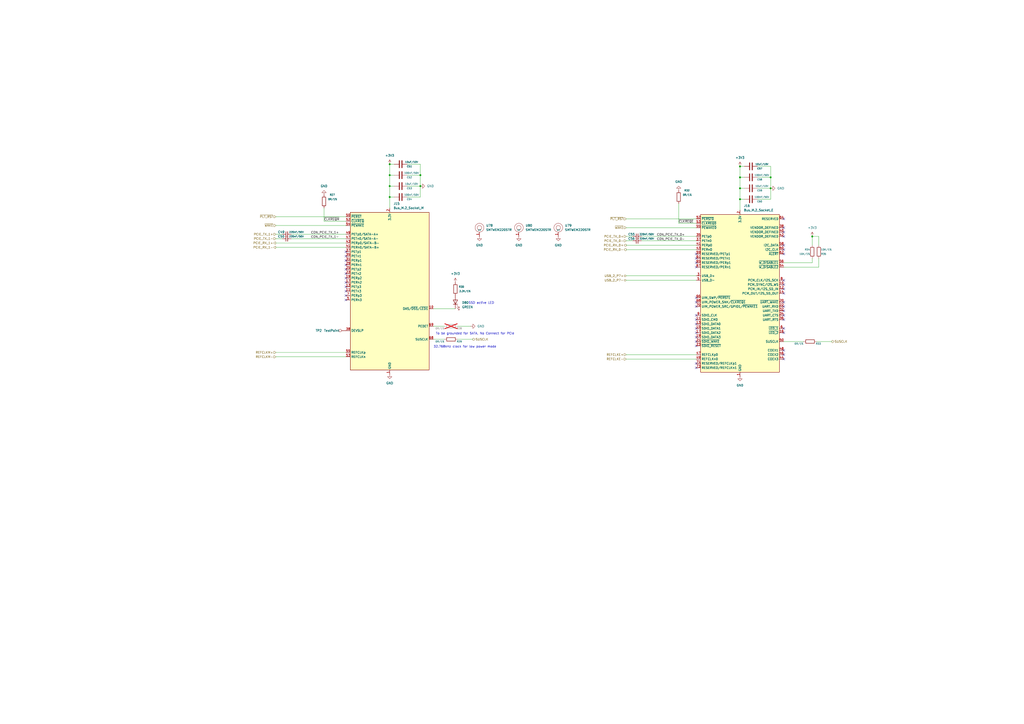
<source format=kicad_sch>
(kicad_sch (version 20250114) (generator "eeschema") (generator_version "9.0")
  (paper "A2")
  (title_block (title "LattePanda_MOKA") (date "2025-12-04") (rev "1.0") (company "DFRobot"))
  (lib_symbols
    (symbol "Connector:Bus_M.2_Socket_E"
      (property "Reference" "J16" (at 2.1941 50.8 0))
      (property "Value" "Bus_M.2_Socket_E" (at 2.1941 48.26 0))
      (symbol "Bus_M.2_Socket_E_0_1"
        (rectangle (start -22.86 45.72) (end 22.86 -45.72) (stroke (width 0.254)) (fill (type background)))
      )
      (symbol "Bus_M.2_Socket_E_1_1"
        (pin output line (at -25.4 43.18 0) (length 2.54) (name "~{PERST0}") (number "52"))
        (pin bidirectional line (at -25.4 40.64 0) (length 2.54) (name "~{CLKREQ0}") (number "53"))
        (pin bidirectional line (at -25.4 38.1 0) (length 2.54) (name "~{PEWAKE0}") (number "55"))
        (pin output line (at -25.4 33.02 0) (length 2.54) (name "PETp0") (number "35"))
        (pin output line (at -25.4 30.48 0) (length 2.54) (name "PETn0") (number "37"))
        (pin input line (at -25.4 27.94 0) (length 2.54) (name "PERp0") (number "41"))
        (pin input line (at -25.4 25.4 0) (length 2.54) (name "PERn0") (number "43"))
        (pin output line (at -25.4 22.86 0) (length 2.54) (name "RESERVED/PETp1") (number "59"))
        (pin output line (at -25.4 20.32 0) (length 2.54) (name "RESERVED/PETn1") (number "61"))
        (pin input line (at -25.4 17.78 0) (length 2.54) (name "RESERVED/PERp1") (number "65"))
        (pin input line (at -25.4 15.24 0) (length 2.54) (name "RESERVED/PERn1") (number "67"))
        (pin bidirectional line (at -25.4 10.16 0) (length 2.54) (name "USB_D+") (number "3"))
        (pin bidirectional line (at -25.4 7.62 0) (length 2.54) (name "USB_D-") (number "5"))
        (pin output line (at -25.4 -2.54 0) (length 2.54) (name "UIM_SWP/~{PERST1}") (number "66"))
        (pin bidirectional line (at -25.4 -5.08 0) (length 2.54) (name "UIM_POWER_SNK/~{CLKREQ1}") (number "68"))
        (pin bidirectional line (at -25.4 -7.62 0) (length 2.54) (name "UIM_POWER_SRC/GPIO1/~{PEWAKE1}") (number "70"))
        (pin output line (at -25.4 -12.7 0) (length 2.54) (name "SDIO_CLK") (number "9"))
        (pin bidirectional line (at -25.4 -15.24 0) (length 2.54) (name "SDIO_CMD") (number "11"))
        (pin bidirectional line (at -25.4 -17.78 0) (length 2.54) (name "SDIO_DATA0") (number "13"))
        (pin bidirectional line (at -25.4 -20.32 0) (length 2.54) (name "SDIO_DATA1") (number "15"))
        (pin bidirectional line (at -25.4 -22.86 0) (length 2.54) (name "SDIO_DATA2") (number "17"))
        (pin bidirectional line (at -25.4 -25.4 0) (length 2.54) (name "SDIO_DATA3") (number "19"))
        (pin input line (at -25.4 -27.94 0) (length 2.54) (name "~{SDIO_WAKE}") (number "21"))
        (pin output line (at -25.4 -30.48 0) (length 2.54) (name "~{SDIO_RESET}") (number "23"))
        (pin output line (at -25.4 -35.56 0) (length 2.54) (name "REFCLKp0") (number "47"))
        (pin output line (at -25.4 -38.1 0) (length 2.54) (name "REFCLKn0") (number "49"))
        (pin output line (at -25.4 -40.64 0) (length 2.54) (name "RESERVED/REFCLKp1") (number "71"))
        (pin output line (at -25.4 -43.18 0) (length 2.54) (name "RESERVED/REFCLKn1") (number "73"))
        (pin power_in line (at 0 48.26 270) (length 2.54) (name "3.3V") (number "2"))
        (pin passive line (at 0 48.26 270) (length 2.54) (hide yes) (name "3.3V") (number "4"))
        (pin passive line (at 0 48.26 270) (length 2.54) (hide yes) (name "3.3V") (number "72"))
        (pin passive line (at 0 48.26 270) (length 2.54) (hide yes) (name "3.3V") (number "74"))
        (pin power_in line (at 0 -48.26 90) (length 2.54) (name "GND") (number "1"))
        (pin passive line (at 0 -48.26 90) (length 2.54) (hide yes) (name "GND") (number "18"))
        (pin passive line (at 0 -48.26 90) (length 2.54) (hide yes) (name "GND") (number "33"))
        (pin passive line (at 0 -48.26 90) (length 2.54) (hide yes) (name "GND") (number "39"))
        (pin passive line (at 0 -48.26 90) (length 2.54) (hide yes) (name "GND") (number "45"))
        (pin passive line (at 0 -48.26 90) (length 2.54) (hide yes) (name "GND") (number "51"))
        (pin passive line (at 0 -48.26 90) (length 2.54) (hide yes) (name "GND") (number "57"))
        (pin passive line (at 0 -48.26 90) (length 2.54) (hide yes) (name "GND") (number "63"))
        (pin passive line (at 0 -48.26 90) (length 2.54) (hide yes) (name "GND") (number "69"))
        (pin passive line (at 0 -48.26 90) (length 2.54) (hide yes) (name "GND") (number "7"))
        (pin passive line (at 0 -48.26 90) (length 2.54) (hide yes) (name "GND") (number "75"))
        (pin passive line (at 0 -48.26 90) (length 2.54) (hide yes) (name "MP1") (number "MP1"))
        (pin passive line (at 0 -48.26 90) (length 2.54) (hide yes) (name "MP2") (number "MP2"))
        (pin passive line (at 25.4 43.18 180) (length 2.54) (name "RESERVED") (number "64"))
        (pin passive line (at 25.4 38.1 180) (length 2.54) (name "VENDOR_DEFINED") (number "38"))
        (pin passive line (at 25.4 35.56 180) (length 2.54) (name "VENDOR_DEFINED") (number "40"))
        (pin passive line (at 25.4 33.02 180) (length 2.54) (name "VENDOR_DEFINED") (number "42"))
        (pin bidirectional line (at 25.4 27.94 180) (length 2.54) (name "I2C_DATA") (number "58"))
        (pin output line (at 25.4 25.4 180) (length 2.54) (name "I2C_CLK") (number "60"))
        (pin input line (at 25.4 22.86 180) (length 2.54) (name "~{ALERT}") (number "62"))
        (pin output line (at 25.4 17.78 180) (length 2.54) (name "~{W_DISABLE1}") (number "56"))
        (pin output line (at 25.4 15.24 180) (length 2.54) (name "~{W_DISABLE2}") (number "54"))
        (pin bidirectional line (at 25.4 7.62 180) (length 2.54) (name "PCM_CLK/I2S_SCK") (number "8"))
        (pin bidirectional line (at 25.4 5.08 180) (length 2.54) (name "PCM_SYNC/I2S_WS") (number "10"))
        (pin input line (at 25.4 2.54 180) (length 2.54) (name "PCM_IN/I2S_SD_IN") (number "12"))
        (pin output line (at 25.4 0 180) (length 2.54) (name "PCM_OUT/I2S_SD_OUT") (number "14"))
        (pin input line (at 25.4 -5.08 180) (length 2.54) (name "~{UART_WAKE}") (number "20"))
        (pin input line (at 25.4 -7.62 180) (length 2.54) (name "UART_RXD") (number "22"))
        (pin output line (at 25.4 -10.16 180) (length 2.54) (name "UART_TXD") (number "32"))
        (pin input line (at 25.4 -12.7 180) (length 2.54) (name "UART_CTS") (number "34"))
        (pin output line (at 25.4 -15.24 180) (length 2.54) (name "UART_RTS") (number "36"))
        (pin open_collector line (at 25.4 -20.32 180) (length 2.54) (name "~{LED_1}") (number "6"))
        (pin open_collector line (at 25.4 -22.86 180) (length 2.54) (name "~{LED_2}") (number "16"))
        (pin output line (at 25.4 -27.94 180) (length 2.54) (name "SUSCLK") (number "50"))
        (pin bidirectional line (at 25.4 -33.02 180) (length 2.54) (name "COEX1") (number "48"))
        (pin bidirectional line (at 25.4 -35.56 180) (length 2.54) (name "COEX2") (number "46"))
        (pin bidirectional line (at 25.4 -38.1 180) (length 2.54) (name "COEX3") (number "44"))
      )
    )
    (symbol "Connector:Bus_M.2_Socket_M"
      (property "Reference" "J15" (at 2.1941 50.8 0))
      (property "Value" "Bus_M.2_Socket_M" (at 2.1941 48.26 0))
      (symbol "Bus_M.2_Socket_M_0_1"
        (rectangle (start -22.86 45.72) (end 22.86 -45.72) (stroke (width 0.254)) (fill (type background)))
      )
      (symbol "Bus_M.2_Socket_M_1_1"
        (pin output line (at -25.4 43.18 0) (length 2.54) (name "~{PERST}") (number "50"))
        (pin bidirectional line (at -25.4 40.64 0) (length 2.54) (name "~{CLKREQ}") (number "52"))
        (pin bidirectional line (at -25.4 38.1 0) (length 2.54) (name "~{PEWAKE}") (number "54"))
        (pin output line (at -25.4 33.02 0) (length 2.54) (name "PETp0/SATA-A+") (number "49"))
        (pin output line (at -25.4 30.48 0) (length 2.54) (name "PETn0/SATA-A-") (number "47"))
        (pin input line (at -25.4 27.94 0) (length 2.54) (name "PERp0/SATA-B-") (number "43"))
        (pin input line (at -25.4 25.4 0) (length 2.54) (name "PERn0/SATA-B+") (number "41"))
        (pin output line (at -25.4 22.86 0) (length 2.54) (name "PETp1") (number "37"))
        (pin output line (at -25.4 20.32 0) (length 2.54) (name "PETn1") (number "35"))
        (pin input line (at -25.4 17.78 0) (length 2.54) (name "PERp1") (number "31"))
        (pin input line (at -25.4 15.24 0) (length 2.54) (name "PERn1") (number "29"))
        (pin output line (at -25.4 12.7 0) (length 2.54) (name "PETp2") (number "25"))
        (pin output line (at -25.4 10.16 0) (length 2.54) (name "PETn2") (number "23"))
        (pin input line (at -25.4 7.62 0) (length 2.54) (name "PERp2") (number "19"))
        (pin input line (at -25.4 5.08 0) (length 2.54) (name "PERn2") (number "17"))
        (pin output line (at -25.4 2.54 0) (length 2.54) (name "PETp3") (number "13"))
        (pin output line (at -25.4 0 0) (length 2.54) (name "PETn3") (number "11"))
        (pin input line (at -25.4 -2.54 0) (length 2.54) (name "PERp3") (number "7"))
        (pin input line (at -25.4 -5.08 0) (length 2.54) (name "PERn3") (number "5"))
        (pin output line (at -25.4 -22.86 0) (length 2.54) (name "DEVSLP") (number "38"))
        (pin output line (at -25.4 -35.56 0) (length 2.54) (name "REFCLKp") (number "55"))
        (pin output line (at -25.4 -38.1 0) (length 2.54) (name "REFCLKn") (number "53"))
        (pin passive line (at 0 48.26 270) (length 2.54) (hide yes) (name "3.3V") (number "12"))
        (pin passive line (at 0 48.26 270) (length 2.54) (hide yes) (name "3.3V") (number "14"))
        (pin passive line (at 0 48.26 270) (length 2.54) (hide yes) (name "3.3V") (number "16"))
        (pin passive line (at 0 48.26 270) (length 2.54) (hide yes) (name "3.3V") (number "18"))
        (pin power_in line (at 0 48.26 270) (length 2.54) (name "3.3V") (number "2"))
        (pin passive line (at 0 48.26 270) (length 2.54) (hide yes) (name "3.3V") (number "4"))
        (pin passive line (at 0 48.26 270) (length 2.54) (hide yes) (name "3.3V") (number "70"))
        (pin passive line (at 0 48.26 270) (length 2.54) (hide yes) (name "3.3V") (number "72"))
        (pin passive line (at 0 48.26 270) (length 2.54) (hide yes) (name "3.3V") (number "74"))
        (pin power_in line (at 0 -48.26 90) (length 2.54) (name "GND") (number "1"))
        (pin passive line (at 0 -48.26 90) (length 2.54) (hide yes) (name "GND") (number "15"))
        (pin passive line (at 0 -48.26 90) (length 2.54) (hide yes) (name "GND") (number "21"))
        (pin passive line (at 0 -48.26 90) (length 2.54) (hide yes) (name "GND") (number "27"))
        (pin passive line (at 0 -48.26 90) (length 2.54) (hide yes) (name "GND") (number "3"))
        (pin passive line (at 0 -48.26 90) (length 2.54) (hide yes) (name "GND") (number "33"))
        (pin passive line (at 0 -48.26 90) (length 2.54) (hide yes) (name "GND") (number "39"))
        (pin passive line (at 0 -48.26 90) (length 2.54) (hide yes) (name "GND") (number "45"))
        (pin passive line (at 0 -48.26 90) (length 2.54) (hide yes) (name "GND") (number "51"))
        (pin passive line (at 0 -48.26 90) (length 2.54) (hide yes) (name "GND") (number "57"))
        (pin passive line (at 0 -48.26 90) (length 2.54) (hide yes) (name "GND") (number "71"))
        (pin passive line (at 0 -48.26 90) (length 2.54) (hide yes) (name "GND") (number "73"))
        (pin passive line (at 0 -48.26 90) (length 2.54) (hide yes) (name "GND") (number "75"))
        (pin passive line (at 0 -48.26 90) (length 2.54) (hide yes) (name "GND") (number "9"))
        (pin passive line (at 0 -48.26 90) (length 2.54) (hide yes) (name "MP1") (number "MP1"))
        (pin passive line (at 0 -48.26 90) (length 2.54) (hide yes) (name "MP2") (number "MP2"))
        (pin no_connect line (at 22.86 40.64 180) (length 2.54) (hide yes) (name "NC") (number "58"))
        (pin no_connect line (at 22.86 38.1 180) (length 2.54) (hide yes) (name "NC") (number "56"))
        (pin no_connect line (at 22.86 35.56 180) (length 2.54) (hide yes) (name "NC") (number "48"))
        (pin no_connect line (at 22.86 33.02 180) (length 2.54) (hide yes) (name "NC") (number "46"))
        (pin no_connect line (at 22.86 30.48 180) (length 2.54) (hide yes) (name "NC") (number "44"))
        (pin no_connect line (at 22.86 27.94 180) (length 2.54) (hide yes) (name "NC") (number "42"))
        (pin no_connect line (at 22.86 25.4 180) (length 2.54) (hide yes) (name "NC") (number "40"))
        (pin no_connect line (at 22.86 22.86 180) (length 2.54) (hide yes) (name "NC") (number "36"))
        (pin no_connect line (at 22.86 20.32 180) (length 2.54) (hide yes) (name "NC") (number "34"))
        (pin no_connect line (at 22.86 17.78 180) (length 2.54) (hide yes) (name "NC") (number "32"))
        (pin no_connect line (at 22.86 15.24 180) (length 2.54) (hide yes) (name "NC") (number "30"))
        (pin no_connect line (at 22.86 12.7 180) (length 2.54) (hide yes) (name "NC") (number "28"))
        (pin no_connect line (at 22.86 10.16 180) (length 2.54) (hide yes) (name "NC") (number "26"))
        (pin no_connect line (at 22.86 7.62 180) (length 2.54) (hide yes) (name "NC") (number "24"))
        (pin no_connect line (at 22.86 5.08 180) (length 2.54) (hide yes) (name "NC") (number "22"))
        (pin no_connect line (at 22.86 2.54 180) (length 2.54) (hide yes) (name "NC") (number "20"))
        (pin no_connect line (at 22.86 0 180) (length 2.54) (hide yes) (name "NC") (number "8"))
        (pin no_connect line (at 22.86 -2.54 180) (length 2.54) (hide yes) (name "NC") (number "6"))
        (pin no_connect line (at 22.86 -5.08 180) (length 2.54) (hide yes) (name "NC") (number "67"))
        (pin bidirectional line (at 25.4 -10.16 180) (length 2.54) (name "DAS/~{DSS}/~{LED1}") (number "10"))
        (pin passive line (at 25.4 -20.32 180) (length 2.54) (name "PEDET") (number "69"))
        (pin output line (at 25.4 -27.94 180) (length 2.54) (name "SUSCLK") (number "68"))
      )
    )
    (symbol "Connector:TestPoint" (pin_numbers (hide yes)) (pin_names (offset 0.762) (hide yes))
      (property "Reference" "TP" (at 0 6.858 0))
      (property "Value" "TestPoint" (at 0 5.08 0))
      (symbol "TestPoint_0_1"
        (circle (center 0 3.302) (radius 0.762))
      )
      (symbol "TestPoint_1_1"
        (pin passive line (at 0 0 90) (length 2.54) (name "1") (number "1"))
      )
    )
    (symbol "Device:C" (pin_numbers (hide yes)) (pin_names (offset 0.254))
      (property "Reference" "C" (at 0.635 2.54 0))
      (property "Value" "C" (at 0.635 -2.54 0))
      (symbol "C_0_1"
        (polyline (pts (xy -2.032 0.762) (xy 2.032 0.762)) (stroke (width 0.508)))
        (polyline (pts (xy -2.032 -0.762) (xy 2.032 -0.762)) (stroke (width 0.508)))
      )
      (symbol "C_1_1"
        (pin passive line (at 0 3.81 270) (length 2.794) (name "~") (number "1"))
        (pin passive line (at 0 -3.81 90) (length 2.794) (name "~") (number "2"))
      )
    )
    (symbol "Device:C_Small" (pin_numbers (hide yes)) (pin_names (offset 0.254) (hide yes))
      (property "Reference" "C" (at 0.254 1.778 0))
      (property "Value" "C_Small" (at 0.254 -2.032 0))
      (symbol "C_Small_0_1"
        (polyline (pts (xy -1.524 0.508) (xy 1.524 0.508)) (stroke (width 0.3048)))
        (polyline (pts (xy -1.524 -0.508) (xy 1.524 -0.508)) (stroke (width 0.3302)))
      )
      (symbol "C_Small_1_1"
        (pin passive line (at 0 2.54 270) (length 2.032) (name "~") (number "1"))
        (pin passive line (at 0 -2.54 90) (length 2.032) (name "~") (number "2"))
      )
    )
    (symbol "Device:LED" (pin_numbers (hide yes)) (pin_names (offset 1.016) (hide yes))
      (property "Reference" "D" (at 0 2.54 0))
      (property "Value" "LED" (at 0 -2.54 0))
      (symbol "LED_0_1"
        (polyline (pts (xy -3.048 -0.762) (xy -4.572 -2.286) (xy -3.81 -2.286) (xy -4.572 -2.286) (xy -4.572 -1.524)))
        (polyline (pts (xy -1.778 -0.762) (xy -3.302 -2.286) (xy -2.54 -2.286) (xy -3.302 -2.286) (xy -3.302 -1.524)))
        (polyline (pts (xy -1.27 0) (xy 1.27 0)))
        (polyline (pts (xy -1.27 -1.27) (xy -1.27 1.27)) (stroke (width 0.254)))
        (polyline (pts (xy 1.27 -1.27) (xy 1.27 1.27) (xy -1.27 0) (xy 1.27 -1.27)) (stroke (width 0.254)))
      )
      (symbol "LED_1_1"
        (pin passive line (at -3.81 0 0) (length 2.54) (name "K") (number "1"))
        (pin passive line (at 3.81 0 180) (length 2.54) (name "A") (number "2"))
      )
    )
    (symbol "Device:R" (pin_numbers (hide yes)) (pin_names (offset 0))
      (property "Reference" "R" (at 2.032 0 90))
      (property "Value" "R" (at 0 0 90))
      (symbol "R_0_1"
        (rectangle (start -1.016 -2.54) (end 1.016 2.54) (stroke (width 0.254)))
      )
      (symbol "R_1_1"
        (pin passive line (at 0 3.81 270) (length 1.27) (name "~") (number "1"))
        (pin passive line (at 0 -3.81 90) (length 1.27) (name "~") (number "2"))
      )
    )
    (symbol "EasyEDA:SMTWEM220STR"
      (property "Reference" "U" (at 0 5.08 0))
      (property "Value" "SMTWEM220STR" (at 0 -5.08 0))
      (symbol "SMTWEM220STR_0_1"
        (circle (center 1.27 0) (radius 1.27))
        (circle (center 1.27 0) (radius 2.54))
        (pin unspecified line (at -3.81 0 0) (length 2.54) (name "1") (number "1"))
      )
    )
    (symbol "power:+3V3" (power) (pin_numbers (hide yes)) (pin_names (offset 0) (hide yes))
      (property "Value" "+3V3" (at 0 3.556 0))
      (symbol "+3V3_0_1"
        (polyline (pts (xy -0.762 1.27) (xy 0 2.54)))
        (polyline (pts (xy 0 2.54) (xy 0.762 1.27)))
        (polyline (pts (xy 0 0) (xy 0 2.54)))
      )
      (symbol "+3V3_1_1"
        (pin power_in line (at 0 0 90) (length 0) (name "~") (number "1"))
      )
    )
    (symbol "power:GND" (power) (pin_numbers (hide yes)) (pin_names (offset 0) (hide yes))
      (property "Value" "GND" (at 0 -3.81 0))
      (symbol "GND_0_1"
        (polyline (pts (xy 0 0) (xy 0 -1.27) (xy 1.27 -1.27) (xy 0 -2.54) (xy -1.27 -1.27) (xy 0 -1.27)))
      )
      (symbol "GND_1_1"
        (pin power_in line (at 0 0 270) (length 0) (name "~") (number "1"))
      )
    )
  )
  (text "To be grounded for SATA, No Connect for PCIe" (at 252.73 194.31 0) (effects (font (size 1.27 1.27)) (justify left bottom)))
  (text "SSD active LED" (at 271.78 176.53 0) (effects (font (size 1.27 1.27)) (justify left bottom)))
  (text "32.768kHz clock for low power mode" (at 251.46 201.93 0) (effects (font (size 1.27 1.27)) (justify left bottom)))
  (junction (at 447.04 109.22))
  (junction (at 429.26 102.87))
  (junction (at 429.26 115.57))
  (junction (at 429.26 109.22))
  (junction (at 471.17 137.16))
  (junction (at 243.84 107.95))
  (junction (at 447.04 102.87))
  (junction (at 226.06 114.3))
  (junction (at 226.06 95.25))
  (junction (at 226.06 101.6))
  (junction (at 429.26 96.52))
  (junction (at 243.84 101.6))
  (junction (at 226.06 107.95))
  (no_connect (at 200.66 148.59))
  (no_connect (at 403.86 193.04))
  (no_connect (at 454.66 167.64))
  (no_connect (at 403.86 175.26))
  (no_connect (at 403.86 172.72))
  (no_connect (at 454.66 203.2))
  (no_connect (at 403.86 182.88))
  (no_connect (at 454.66 147.32))
  (no_connect (at 454.66 134.62))
  (no_connect (at 454.66 190.5))
  (no_connect (at 200.66 156.21))
  (no_connect (at 200.66 173.99))
  (no_connect (at 403.86 198.12))
  (no_connect (at 403.86 177.8))
  (no_connect (at 403.86 154.94))
  (no_connect (at 403.86 187.96))
  (no_connect (at 200.66 161.29))
  (no_connect (at 403.86 213.36))
  (no_connect (at 200.66 146.05))
  (no_connect (at 200.66 153.67))
  (no_connect (at 403.86 152.4))
  (no_connect (at 454.66 208.28))
  (no_connect (at 200.66 158.75))
  (no_connect (at 454.66 177.8))
  (no_connect (at 454.66 180.34))
  (no_connect (at 454.66 142.24))
  (no_connect (at 403.86 210.82))
  (no_connect (at 403.86 147.32))
  (no_connect (at 454.66 185.42))
  (no_connect (at 200.66 171.45))
  (no_connect (at 403.86 190.5))
  (no_connect (at 403.86 200.66))
  (no_connect (at 454.66 205.74))
  (no_connect (at 403.86 195.58))
  (no_connect (at 403.86 185.42))
  (no_connect (at 200.66 166.37))
  (no_connect (at 454.66 175.26))
  (no_connect (at 403.86 149.86))
  (no_connect (at 454.66 170.18))
  (no_connect (at 454.66 127))
  (no_connect (at 200.66 168.91))
  (no_connect (at 454.66 137.16))
  (no_connect (at 454.66 165.1))
  (no_connect (at 200.66 163.83))
  (no_connect (at 454.66 144.78))
  (no_connect (at 454.66 132.08))
  (no_connect (at 454.66 193.04))
  (no_connect (at 200.66 151.13))
  (no_connect (at 454.66 182.88))
  (no_connect (at 454.66 162.56))
  (wire (pts (xy 236.22 101.6) (xy 243.84 101.6)))
  (wire (pts (xy 226.06 101.6) (xy 226.06 107.95)))
  (wire (pts (xy 243.84 101.6) (xy 243.84 107.95)))
  (wire (pts (xy 429.26 96.52) (xy 429.26 102.87)))
  (wire (pts (xy 160.02 204.47) (xy 200.66 204.47)))
  (wire (pts (xy 187.96 120.65) (xy 187.96 128.27)))
  (wire (pts (xy 439.42 102.87) (xy 447.04 102.87)))
  (wire (pts (xy 429.26 102.87) (xy 431.8 102.87)))
  (wire (pts (xy 160.02 140.97) (xy 200.66 140.97)))
  (wire (pts (xy 474.98 142.24) (xy 474.98 137.16)))
  (wire (pts (xy 226.06 114.3) (xy 226.06 120.65)))
  (wire (pts (xy 363.22 137.16) (xy 367.03 137.16)))
  (wire (pts (xy 429.26 96.52) (xy 431.8 96.52)))
  (wire (pts (xy 251.46 189.23) (xy 257.81 189.23)))
  (wire (pts (xy 160.02 135.89) (xy 163.83 135.89)))
  (wire (pts (xy 187.96 128.27) (xy 200.66 128.27)))
  (wire (pts (xy 454.66 154.94) (xy 474.98 154.94)))
  (wire (pts (xy 243.84 95.25) (xy 243.84 101.6)))
  (wire (pts (xy 363.22 144.78) (xy 403.86 144.78)))
  (wire (pts (xy 363.22 160.02) (xy 403.86 160.02)))
  (wire (pts (xy 226.06 95.25) (xy 228.6 95.25)))
  (wire (pts (xy 160.02 207.01) (xy 200.66 207.01)))
  (wire (pts (xy 251.46 196.85) (xy 257.81 196.85)))
  (wire (pts (xy 439.42 109.22) (xy 447.04 109.22)))
  (wire (pts (xy 471.17 152.4) (xy 471.17 149.86)))
  (wire (pts (xy 439.42 115.57) (xy 447.04 115.57)))
  (wire (pts (xy 473.71 198.12) (xy 482.6 198.12)))
  (wire (pts (xy 393.7 129.54) (xy 403.86 129.54)))
  (wire (pts (xy 474.98 137.16) (xy 471.17 137.16)))
  (wire (pts (xy 160.02 125.73) (xy 200.66 125.73)))
  (wire (pts (xy 471.17 137.16) (xy 471.17 142.24)))
  (wire (pts (xy 265.43 189.23) (xy 273.05 189.23)))
  (wire (pts (xy 236.22 107.95) (xy 243.84 107.95)))
  (wire (pts (xy 228.6 107.95) (xy 226.06 107.95)))
  (wire (pts (xy 228.6 114.3) (xy 226.06 114.3)))
  (wire (pts (xy 226.06 101.6) (xy 228.6 101.6)))
  (wire (pts (xy 363.22 127) (xy 403.86 127)))
  (wire (pts (xy 474.98 154.94) (xy 474.98 149.86)))
  (wire (pts (xy 160.02 138.43) (xy 163.83 138.43)))
  (wire (pts (xy 160.02 130.81) (xy 200.66 130.81)))
  (wire (pts (xy 372.11 139.7) (xy 403.86 139.7)))
  (wire (pts (xy 431.8 115.57) (xy 429.26 115.57)))
  (wire (pts (xy 429.26 115.57) (xy 429.26 121.92)))
  (wire (pts (xy 447.04 115.57) (xy 447.04 109.22)))
  (wire (pts (xy 429.26 102.87) (xy 429.26 109.22)))
  (wire (pts (xy 168.91 135.89) (xy 200.66 135.89)))
  (wire (pts (xy 363.22 208.28) (xy 403.86 208.28)))
  (wire (pts (xy 265.43 196.85) (xy 274.32 196.85)))
  (wire (pts (xy 363.22 162.56) (xy 403.86 162.56)))
  (wire (pts (xy 160.02 143.51) (xy 200.66 143.51)))
  (wire (pts (xy 363.22 205.74) (xy 403.86 205.74)))
  (wire (pts (xy 447.04 102.87) (xy 447.04 109.22)))
  (wire (pts (xy 431.8 109.22) (xy 429.26 109.22)))
  (wire (pts (xy 363.22 139.7) (xy 367.03 139.7)))
  (wire (pts (xy 168.91 138.43) (xy 200.66 138.43)))
  (wire (pts (xy 251.46 179.07) (xy 264.16 179.07)))
  (wire (pts (xy 372.11 137.16) (xy 403.86 137.16)))
  (wire (pts (xy 363.22 132.08) (xy 403.86 132.08)))
  (wire (pts (xy 226.06 107.95) (xy 226.06 114.3)))
  (wire (pts (xy 363.22 142.24) (xy 403.86 142.24)))
  (wire (pts (xy 226.06 95.25) (xy 226.06 101.6)))
  (wire (pts (xy 236.22 95.25) (xy 243.84 95.25)))
  (wire (pts (xy 454.66 198.12) (xy 466.09 198.12)))
  (wire (pts (xy 454.66 152.4) (xy 471.17 152.4)))
  (wire (pts (xy 393.7 118.11) (xy 393.7 129.54)))
  (wire (pts (xy 243.84 114.3) (xy 243.84 107.95)))
  (wire (pts (xy 439.42 96.52) (xy 447.04 96.52)))
  (wire (pts (xy 447.04 96.52) (xy 447.04 102.87)))
  (wire (pts (xy 236.22 114.3) (xy 243.84 114.3)))
  (wire (pts (xy 429.26 109.22) (xy 429.26 115.57)))
  (label "~{CLKREQM}" (at 187.96 128.27 0))
  (label "CON_PCIE_TX_0-" (at 381 139.7 0))
  (label "CON_PCIE_TX_1+" (at 180.34 135.89 0))
  (label "CON_PCIE_TX_0+" (at 381 137.16 0))
  (label "~{CLKREQE}" (at 393.7 129.54 0))
  (label "CON_PCIE_TX_1-" (at 180.34 138.43 0))
  (hierarchical_label "~{PLT_RST}" (shape input) (at 363.22 127 180))
  (hierarchical_label "~{WAKE}" (shape input) (at 160.02 130.81 180))
  (hierarchical_label "~{PLT_RST}" (shape input) (at 160.02 125.73 180))
  (hierarchical_label "USB_2_P7-" (shape bidirectional) (at 363.22 162.56 180))
  (hierarchical_label "PCIE_TX_1+" (shape input) (at 160.02 135.89 180))
  (hierarchical_label "PCIE_TX_0+" (shape input) (at 363.22 137.16 180))
  (hierarchical_label "PCIE_TX_0-" (shape input) (at 363.22 139.7 180))
  (hierarchical_label "PCIE_RX_0+" (shape output) (at 363.22 142.24 180))
  (hierarchical_label "REFCLKM-" (shape input) (at 160.02 207.01 180))
  (hierarchical_label "USB_2_P7+" (shape bidirectional) (at 363.22 160.02 180))
  (hierarchical_label "~{WAKE}" (shape input) (at 363.22 132.08 180))
  (hierarchical_label "PCIE_RX_1+" (shape output) (at 160.02 140.97 180))
  (hierarchical_label "PCIE_RX_0-" (shape output) (at 363.22 144.78 180))
  (hierarchical_label "REFCLKM+" (shape input) (at 160.02 204.47 180))
  (hierarchical_label "REFCLKE-" (shape input) (at 363.22 208.28 180))
  (hierarchical_label "PCIE_RX_1-" (shape output) (at 160.02 143.51 180))
  (hierarchical_label "REFCLKE+" (shape input) (at 363.22 205.74 180))
  (hierarchical_label "SUSCLK" (shape output) (at 274.32 196.85 0))
  (hierarchical_label "SUSCLK" (shape output) (at 482.6 198.12 0))
  (hierarchical_label "PCIE_TX_1-" (shape input) (at 160.02 138.43 180))
  (symbol (lib_id "power:GND") (at 393.7 110.49 180) (unit 1)
    (property "Reference" "#PWR072" (effects (hide yes)))
    (property "Value" "GND" (at 393.7 105.41 0))
  )
  (symbol (lib_id "Device:R") (at 187.96 116.84 180) (unit 1)
    (property "Reference" "R27" (at 194.31 113.03 0) (effects (font (size 1 1)) (justify left)))
    (property "Value" "0R/1%" (at 195.58 115.57 0) (effects (font (size 1 1)) (justify left)))
    (property "Footprint" "A_HDJ_Library:R_0402_1005Metric" (effects (hide yes)))
  )
  (symbol (lib_id "Device:R") (at 474.98 146.05 0) (unit 1)
    (property "Reference" "R35" (at 476.25 147.32 0) (effects (font (size 1 1)) (justify left)))
    (property "Value" "10K/1%" (at 476.25 144.78 0) (effects (font (size 1 1)) (justify left)))
    (property "Footprint" "A_HDJ_Library:R_0402_1005Metric" (effects (hide yes)))
  )
  (symbol (lib_id "power:+3V3") (at 429.26 96.52 0) (unit 1)
    (property "Reference" "#PWR073" (effects (hide yes)))
    (property "Value" "+3V3" (at 429.26 91.44 0))
  )
  (symbol (lib_id "EasyEDA:SMTWEM220STR") (at 300.99 133.35 90) (unit 1)
    (property "Reference" "U80" (at 304.8 130.8099 90) (effects (justify right)))
    (property "Value" "SMTWEM220STR" (at 304.8 133.3499 90) (effects (justify right)))
    (property "Footprint" "EasyEDA:SMD-1_BD4.4-D2.8" (effects (hide yes)))
    (property "LCSC Part" "C5301775" (effects (hide yes)))
  )
  (symbol (lib_id "Device:C") (at 435.61 96.52 270) (unit 1)
    (property "Reference" "C57" (at 440.69 97.79 90) (effects (font (size 1 1))))
    (property "Value" "10uF/10V" (at 441.96 95.25 90) (effects (font (size 1 1))))
    (property "Footprint" "A_HDJ_Library:C_0402_1005Metric" (effects (hide yes)))
    (property "SCH_Show_Footprint" "C0402" (effects (hide yes)))
  )
  (symbol (lib_id "Device:R") (at 264.16 167.64 180) (unit 1)
    (property "Reference" "R30" (at 269.24 166.37 0) (effects (font (size 1 1)) (justify left)))
    (property "Value" "2.2K/1%" (at 273.05 168.91 0) (effects (font (size 1 1)) (justify left)))
    (property "Footprint" "A_HDJ_Library:R_0402_1005Metric" (effects (hide yes)))
  )
  (symbol (lib_id "Device:C") (at 435.61 115.57 270) (unit 1)
    (property "Reference" "C60" (at 440.69 116.84 90) (effects (font (size 1 1))))
    (property "Value" "100nF/50V" (at 441.96 114.3 90) (effects (font (size 1 1))))
    (property "Footprint" "A_HDJ_Library:C_0402_1005Metric" (effects (hide yes)))
    (property "SCH_Show_Footprint" "C0402" (effects (hide yes)))
  )
  (symbol (lib_id "Device:LED") (at 264.16 175.26 90) (unit 1)
    (property "Reference" "D80" (at 267.97 175.5775 90) (effects (justify right)))
    (property "Value" "GREEN" (at 267.97 178.1175 90) (effects (justify right)))
    (property "Footprint" "EasyEDA:LED-SMD_L1.7-W0.6-RD" (effects (hide yes)))
    (property "Package" "0603" (effects (hide yes)))
  )
  (symbol (lib_id "Device:C_Small") (at 166.37 138.43 90) (unit 1)
    (property "Reference" "C50" (at 165.1 137.16 90) (effects (justify left)))
    (property "Value" "220nF/50V" (at 167.64 137.16 90) (effects (font (size 1 1)) (justify right)))
    (property "Footprint" "A_HDJ_Library:C_0402_1005Metric" (effects (hide yes)))
    (property "SCH_Show_Footprint" "C0402" (effects (hide yes)))
    (instances (project "[DFR1142]Lite Carrier for LattePanda Mu" (path "" (reference "C50") (unit 1))) (project "LPM-PCIeEx" (path "" (reference "C?") (unit 1))))
  )
  (symbol (lib_id "power:+3V3") (at 471.17 137.16 0) (unit 1)
    (property "Reference" "#PWR076" (effects (hide yes)))
    (property "Value" "+3V3" (at 471.17 132.08 0))
  )
  (symbol (lib_id "power:GND") (at 278.13 137.16 0) (unit 1)
    (property "Reference" "#PWR070" (effects (hide yes)))
    (property "Value" "GND" (at 278.13 142.24 0))
  )
  (symbol (lib_id "Device:C") (at 232.41 107.95 270) (unit 1)
    (property "Reference" "C53" (at 237.49 109.22 90) (effects (font (size 1 1))))
    (property "Value" "10uF/10V" (at 238.76 106.68 90) (effects (font (size 1 1))))
    (property "Footprint" "A_HDJ_Library:C_0402_1005Metric" (effects (hide yes)))
    (property "SCH_Show_Footprint" "C0402" (effects (hide yes)))
  )
  (symbol (lib_id "power:GND") (at 243.84 107.95 90) (unit 1)
    (property "Reference" "#PWR067" (effects (hide yes)))
    (property "Value" "GND" (at 247.65 107.95 90) (effects (justify right)))
  )
  (symbol (lib_id "Connector:Bus_M.2_Socket_E") (at 429.26 170.18 0) (unit 1)
    (property "Reference" "J16" (at 431.4541 119.38 0) (effects (justify left)))
    (property "Value" "Bus_M.2_Socket_E" (at 431.4541 121.92 0) (effects (justify left)))
    (property "Footprint" "A_HDJ_Library:PCIe_M.2_Connectors_P=0.5mm_H=4.2mm_KeyE" (effects (hide yes)))
    (property "Datasheet" "http://read.pudn.com/downloads794/doc/project/3133918/PCIe_M.2_Electromechanical_Spec_Rev1.0_Final_11012013_RS_Clean.pdf#page=150" (effects (hide yes)))
    (property "LCSC" "C841659" (effects (hide yes)))
  )
  (symbol (lib_id "EasyEDA:SMTWEM220STR") (at 323.85 133.35 90) (unit 1)
    (property "Reference" "U79" (at 327.66 130.8099 90) (effects (justify right)))
    (property "Value" "SMTWEM220STR" (at 327.66 133.3499 90) (effects (justify right)))
    (property "Footprint" "EasyEDA:SMD-1_BD4.4-D2.8" (effects (hide yes)))
    (property "LCSC Part" "C5301775" (effects (hide yes)))
  )
  (symbol (lib_id "power:GND") (at 323.85 137.16 0) (unit 1)
    (property "Reference" "#PWR071" (effects (hide yes)))
    (property "Value" "GND" (at 323.85 142.24 0))
  )
  (symbol (lib_id "Device:C") (at 232.41 101.6 270) (unit 1)
    (property "Reference" "C52" (at 237.49 102.87 90) (effects (font (size 1 1))))
    (property "Value" "100nF/50V" (at 238.76 100.33 90) (effects (font (size 1 1))))
    (property "Footprint" "A_HDJ_Library:C_0402_1005Metric" (effects (hide yes)))
    (property "SCH_Show_Footprint" "C0402" (effects (hide yes)))
  )
  (symbol (lib_id "Connector:TestPoint") (at 200.66 191.77 90) (mirror x) (unit 1)
    (property "Reference" "TP2" (at 186.69 191.77 90) (effects (justify left)))
    (property "Value" "TestPoint" (at 196.85 191.77 90) (effects (justify left)))
    (property "Footprint" "A_HDJ_Library:TestPoint_Pad_D1.5mm" (effects (hide yes)))
  )
  (symbol (lib_id "power:GND") (at 226.06 217.17 0) (unit 1)
    (property "Reference" "#PWR066" (effects (hide yes)))
    (property "Value" "GND" (at 226.06 222.25 0))
  )
  (symbol (lib_id "Device:R") (at 469.9 198.12 90) (unit 1)
    (property "Reference" "R33" (at 476.25 199.39 90) (effects (font (size 1 1)) (justify left)))
    (property "Value" "0R/1%" (at 466.09 199.39 90) (effects (font (size 1 1)) (justify left)))
    (property "Footprint" "A_HDJ_Library:R_0402_1005Metric" (effects (hide yes)))
  )
  (symbol (lib_id "power:GND") (at 447.04 109.22 90) (unit 1)
    (property "Reference" "#PWR075" (effects (hide yes)))
    (property "Value" "GND" (at 450.85 109.22 90) (effects (justify right)))
  )
  (symbol (lib_id "Device:C_Small") (at 166.37 135.89 90) (unit 1)
    (property "Reference" "C49" (at 165.1 134.62 90) (effects (justify left)))
    (property "Value" "220nF/50V" (at 167.64 134.62 90) (effects (font (size 1 1)) (justify right)))
    (property "Footprint" "A_HDJ_Library:C_0402_1005Metric" (effects (hide yes)))
    (property "SCH_Show_Footprint" "C0402" (effects (hide yes)))
    (instances (project "[DFR1142]Lite Carrier for LattePanda Mu" (path "" (reference "C49") (unit 1))) (project "LPM-PCIeEx" (path "" (reference "C?") (unit 1))))
  )
  (symbol (lib_id "Device:C") (at 435.61 109.22 270) (unit 1)
    (property "Reference" "C59" (at 440.69 110.49 90) (effects (font (size 1 1))))
    (property "Value" "10uF/10V" (at 441.96 107.95 90) (effects (font (size 1 1))))
    (property "Footprint" "A_HDJ_Library:C_0402_1005Metric" (effects (hide yes)))
    (property "SCH_Show_Footprint" "C0402" (effects (hide yes)))
  )
  (symbol (lib_id "Device:C_Small") (at 369.57 139.7 90) (unit 1)
    (property "Reference" "C56" (at 368.3 138.43 90) (effects (justify left)))
    (property "Value" "220nF/50V" (at 370.84 138.43 90) (effects (font (size 1 1)) (justify right)))
    (property "Footprint" "A_HDJ_Library:C_0402_1005Metric" (effects (hide yes)))
    (property "SCH_Show_Footprint" "C0402" (effects (hide yes)))
    (instances (project "[DFR1142]Lite Carrier for LattePanda Mu" (path "" (reference "C56") (unit 1))) (project "LPM-PCIeEx" (path "" (reference "C?") (unit 1))))
  )
  (symbol (lib_id "power:GND") (at 187.96 113.03 180) (unit 1)
    (property "Reference" "#PWR064" (effects (hide yes)))
    (property "Value" "GND" (at 187.96 107.95 0))
  )
  (symbol (lib_id "Connector:Bus_M.2_Socket_M") (at 226.06 168.91 0) (unit 1)
    (property "Reference" "J15" (at 228.2541 118.11 0) (effects (justify left)))
    (property "Value" "Bus_M.2_Socket_M" (at 228.2541 120.65 0) (effects (justify left)))
    (property "Footprint" "A_HDJ_Library:PCIe_M.2_Connectors_P=0.5mm_H=4.2mm_KeyM" (effects (hide yes)))
    (property "Datasheet" "http://read.pudn.com/downloads794/doc/project/3133918/PCIe_M.2_Electromechanical_Spec_Rev1.0_Final_11012013_RS_Clean.pdf#page=155" (effects (hide yes)))
  )
  (symbol (lib_id "Device:C") (at 232.41 114.3 270) (unit 1)
    (property "Reference" "C54" (at 237.49 115.57 90) (effects (font (size 1 1))))
    (property "Value" "100nF/50V" (at 238.76 113.03 90) (effects (font (size 1 1))))
    (property "Footprint" "A_HDJ_Library:C_0402_1005Metric" (effects (hide yes)))
    (property "SCH_Show_Footprint" "C0402" (effects (hide yes)))
  )
  (symbol (lib_id "power:GND") (at 300.99 137.16 0) (unit 1)
    (property "Reference" "#PWR088" (effects (hide yes)))
    (property "Value" "GND" (at 300.99 142.24 0))
  )
  (symbol (lib_id "Device:R") (at 393.7 114.3 180) (unit 1)
    (property "Reference" "R32" (at 400.05 110.49 0) (effects (font (size 1 1)) (justify left)))
    (property "Value" "0R/1%" (at 401.32 113.03 0) (effects (font (size 1 1)) (justify left)))
    (property "Footprint" "A_HDJ_Library:R_0402_1005Metric" (effects (hide yes)))
  )
  (symbol (lib_id "Device:C_Small") (at 369.57 137.16 90) (unit 1)
    (property "Reference" "C55" (at 368.3 135.89 90) (effects (justify left)))
    (property "Value" "220nF/50V" (at 370.84 135.89 90) (effects (font (size 1 1)) (justify right)))
    (property "Footprint" "A_HDJ_Library:C_0402_1005Metric" (effects (hide yes)))
    (property "SCH_Show_Footprint" "C0402" (effects (hide yes)))
    (instances (project "[DFR1142]Lite Carrier for LattePanda Mu" (path "" (reference "C55") (unit 1))) (project "LPM-PCIeEx" (path "" (reference "C?") (unit 1))))
  )
  (symbol (lib_id "Device:C") (at 232.41 95.25 270) (unit 1)
    (property "Reference" "C51" (at 237.49 96.52 90) (effects (font (size 1 1))))
    (property "Value" "10uF/10V" (at 238.76 93.98 90) (effects (font (size 1 1))))
    (property "Footprint" "A_HDJ_Library:C_0402_1005Metric" (effects (hide yes)))
    (property "SCH_Show_Footprint" "C0402" (effects (hide yes)))
  )
  (symbol (lib_id "power:GND") (at 429.26 218.44 0) (unit 1)
    (property "Reference" "#PWR074" (effects (hide yes)))
    (property "Value" "GND" (at 429.26 223.52 0))
  )
  (symbol (lib_id "Device:R") (at 261.62 196.85 90) (unit 1)
    (property "Reference" "R29" (at 267.97 198.12 90) (effects (font (size 1 1)) (justify left)))
    (property "Value" "0R/1%" (at 257.81 198.12 90) (effects (font (size 1 1)) (justify left)))
    (property "Footprint" "A_HDJ_Library:R_0402_1005Metric" (effects (hide yes)))
  )
  (symbol (lib_id "power:+3V3") (at 226.06 95.25 0) (unit 1)
    (property "Reference" "#PWR065" (effects (hide yes)))
    (property "Value" "+3V3" (at 226.06 90.17 0))
  )
  (symbol (lib_id "Device:R") (at 261.62 189.23 90) (unit 1) (in_bom no) (on_board no) (dnp yes)
    (property "Reference" "R28" (at 267.97 190.5 90) (effects (font (size 1 1)) (justify left)))
    (property "Value" "0R/1%" (at 257.81 190.5 90) (effects (font (size 1 1)) (justify left)))
    (property "Footprint" "Resistor_SMD:R_0402_1005Metric" (effects (hide yes)))
  )
  (symbol (lib_id "power:GND") (at 273.05 189.23 90) (unit 1)
    (property "Reference" "#PWR069" (effects (hide yes)))
    (property "Value" "GND" (at 276.86 189.23 90) (effects (justify right)))
  )
  (symbol (lib_id "Device:R") (at 471.17 146.05 180) (unit 1)
    (property "Reference" "R34" (at 469.9 144.78 0) (effects (font (size 1 1)) (justify left)))
    (property "Value" "10K/1%" (at 469.9 147.32 0) (effects (font (size 1 1)) (justify left)))
    (property "Footprint" "A_HDJ_Library:R_0402_1005Metric" (effects (hide yes)))
  )
  (symbol (lib_id "power:+3V3") (at 264.16 163.83 0) (unit 1)
    (property "Reference" "#PWR068" (effects (hide yes)))
    (property "Value" "+3V3" (at 264.16 158.75 0))
  )
  (symbol (lib_id "Device:C") (at 435.61 102.87 270) (unit 1)
    (property "Reference" "C58" (at 440.69 104.14 90) (effects (font (size 1 1))))
    (property "Value" "100nF/50V" (at 441.96 101.6 90) (effects (font (size 1 1))))
    (property "Footprint" "A_HDJ_Library:C_0402_1005Metric" (effects (hide yes)))
    (property "SCH_Show_Footprint" "C0402" (effects (hide yes)))
  )
  (symbol (lib_id "EasyEDA:SMTWEM220STR") (at 278.13 133.35 90) (unit 1)
    (property "Reference" "U78" (at 281.94 130.8099 90) (effects (justify right)))
    (property "Value" "SMTWEM220STR" (at 281.94 133.3499 90) (effects (justify right)))
    (property "Footprint" "EasyEDA:SMD-1_BD4.4-D2.8" (effects (hide yes)))
    (property "LCSC Part" "C5301775" (effects (hide yes)))
  )
)
</source>
